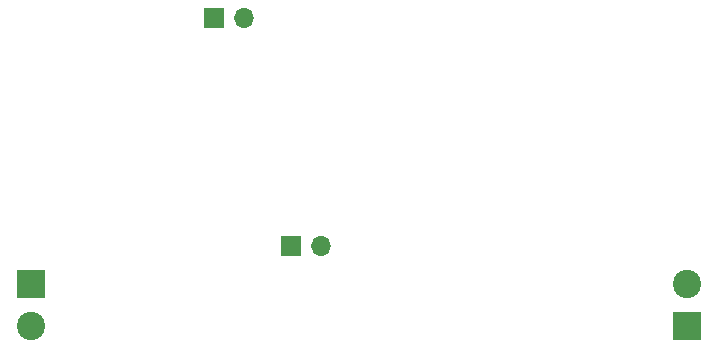
<source format=gbr>
G04 #@! TF.GenerationSoftware,KiCad,Pcbnew,7.0.5.1-1-g8f565ef7f0-dirty-deb11*
G04 #@! TF.CreationDate,2023-07-17T13:06:12+00:00*
G04 #@! TF.ProjectId,AbcStop,41626353-746f-4702-9e6b-696361645f70,0.0.2*
G04 #@! TF.SameCoordinates,Original*
G04 #@! TF.FileFunction,Soldermask,Bot*
G04 #@! TF.FilePolarity,Negative*
%FSLAX46Y46*%
G04 Gerber Fmt 4.6, Leading zero omitted, Abs format (unit mm)*
G04 Created by KiCad (PCBNEW 7.0.5.1-1-g8f565ef7f0-dirty-deb11) date 2023-07-17 13:06:12*
%MOMM*%
%LPD*%
G01*
G04 APERTURE LIST*
%ADD10R,1.700000X1.700000*%
%ADD11O,1.700000X1.700000*%
%ADD12R,2.400000X2.400000*%
%ADD13C,2.400000*%
G04 APERTURE END LIST*
D10*
X84975000Y-56750000D03*
D11*
X87515000Y-56750000D03*
D10*
X78475000Y-37500000D03*
D11*
X81015000Y-37500000D03*
D12*
X63000000Y-60000000D03*
D13*
X63000000Y-63500000D03*
D12*
X118550000Y-63500000D03*
D13*
X118550000Y-60000000D03*
M02*

</source>
